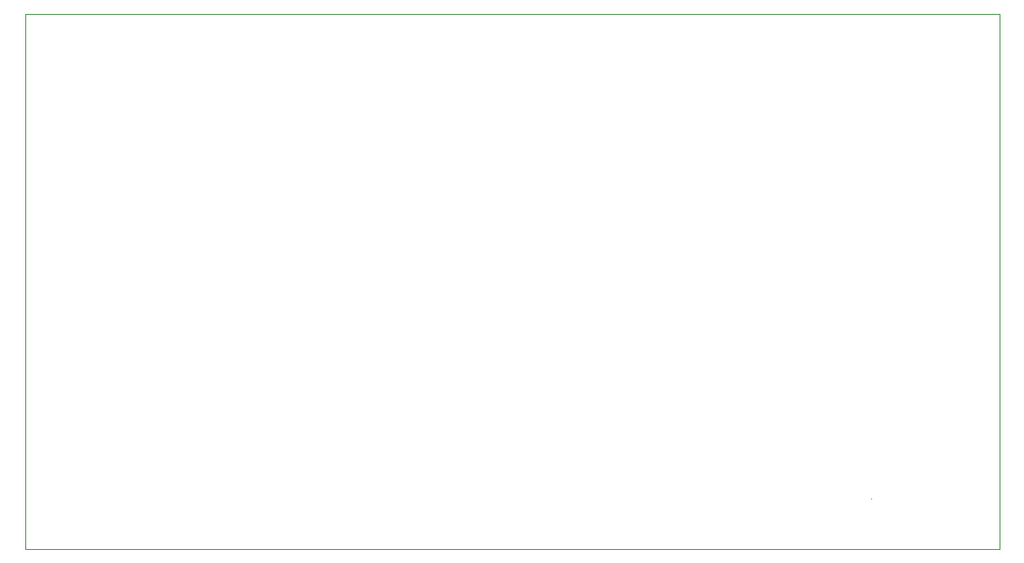
<source format=gbr>
G04 (created by PCBNEW (2013-07-07 BZR 4022)-stable) date 01/05/2014 03:57:46 PM*
%MOIN*%
G04 Gerber Fmt 3.4, Leading zero omitted, Abs format*
%FSLAX34Y34*%
G01*
G70*
G90*
G04 APERTURE LIST*
%ADD10C,0.00590551*%
%ADD11C,0.00393701*%
G04 APERTURE END LIST*
G54D10*
G54D11*
X90944Y-68051D02*
G75*
G03X90944Y-68051I0J0D01*
G74*
G01*
X95826Y-70000D02*
X58622Y-70000D01*
X95826Y-49527D02*
X95826Y-70000D01*
X58622Y-49527D02*
X95826Y-49527D01*
X58622Y-70000D02*
X58622Y-49527D01*
M02*

</source>
